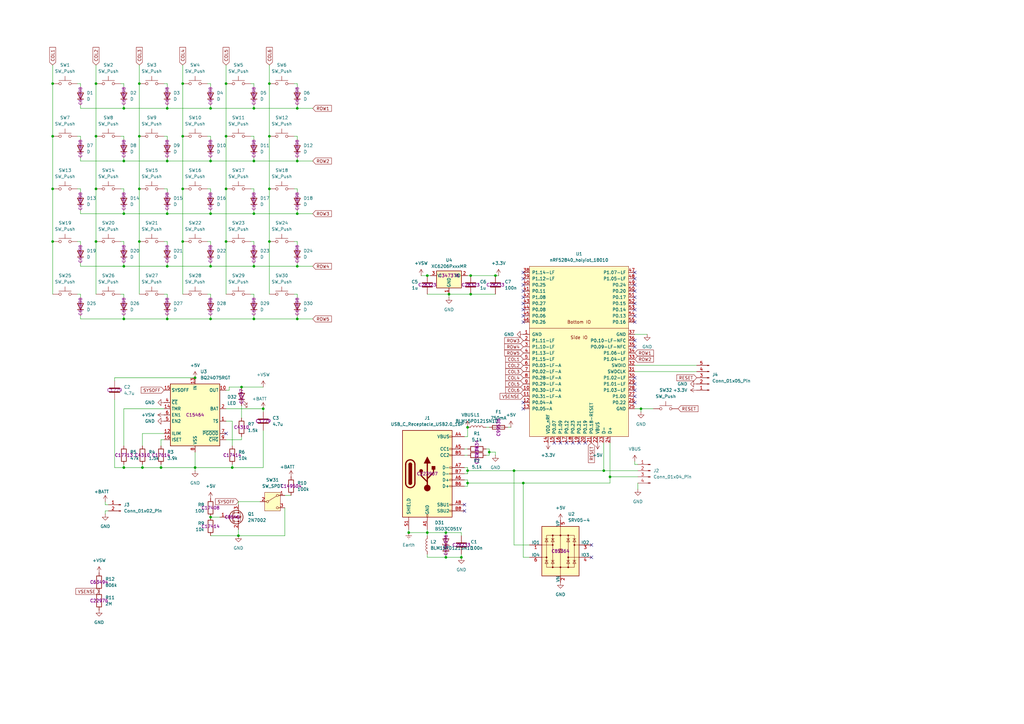
<source format=kicad_sch>
(kicad_sch (version 20250114) (generator "eeschema") (generator_version "9.0")
  (paper "A3")
  (junction (at 57.15 34.29))
  (junction (at 58.42 191.77))
  (junction (at 191.77 193.04))
  (junction (at 175.26 113.03))
  (junction (at 39.37 34.29))
  (junction (at 121.92 109.22))
  (junction (at 167.64 218.44))
  (junction (at 200.66 185.42))
  (junction (at 92.71 99.06))
  (junction (at 21.59 34.29))
  (junction (at 68.58 109.22))
  (junction (at 247.65 193.04))
  (junction (at 80.01 191.77))
  (junction (at 250.19 195.58))
  (junction (at 182.88 228.6))
  (junction (at 210.82 193.04))
  (junction (at 121.92 44.45))
  (junction (at 191.77 175.26))
  (junction (at 68.58 44.45))
  (junction (at 193.04 120.65))
  (junction (at 86.36 130.81))
  (junction (at 50.8 87.63))
  (junction (at 107.95 167.64))
  (junction (at 262.89 167.64))
  (junction (at 104.14 87.63))
  (junction (at 104.14 130.81))
  (junction (at 39.37 77.47))
  (junction (at 175.26 218.44))
  (junction (at 21.59 99.06))
  (junction (at 191.77 198.12))
  (junction (at 92.71 55.88))
  (junction (at 50.8 130.81))
  (junction (at 74.93 99.06))
  (junction (at 86.36 87.63))
  (junction (at 74.93 55.88))
  (junction (at 68.58 130.81))
  (junction (at 74.93 34.29))
  (junction (at 121.92 66.04))
  (junction (at 21.59 77.47))
  (junction (at 110.49 34.29))
  (junction (at 193.04 113.03))
  (junction (at 104.14 66.04))
  (junction (at 203.2 113.03))
  (junction (at 50.8 109.22))
  (junction (at 110.49 55.88))
  (junction (at 110.49 77.47))
  (junction (at 68.58 66.04))
  (junction (at 189.23 228.6))
  (junction (at 104.14 44.45))
  (junction (at 50.8 44.45))
  (junction (at 121.92 130.81))
  (junction (at 110.49 99.06))
  (junction (at 184.15 120.65))
  (junction (at 92.71 77.47))
  (junction (at 68.58 87.63))
  (junction (at 57.15 55.88))
  (junction (at 104.14 109.22))
  (junction (at 86.36 66.04))
  (junction (at 74.93 77.47))
  (junction (at 66.04 191.77))
  (junction (at 57.15 99.06))
  (junction (at 50.8 66.04))
  (junction (at 39.37 55.88))
  (junction (at 50.8 191.77))
  (junction (at 57.15 77.47))
  (junction (at 80.01 154.94))
  (junction (at 121.92 87.63))
  (junction (at 99.06 158.75))
  (junction (at 86.36 109.22))
  (junction (at 21.59 55.88))
  (junction (at 97.79 219.71))
  (junction (at 86.36 212.09))
  (junction (at 92.71 34.29))
  (junction (at 39.37 99.06))
  (junction (at 182.88 218.44))
  (junction (at 214.63 198.12))
  (junction (at 86.36 44.45))
  (junction (at 95.25 191.77))
  (no_connect (at 260.35 157.48))
  (no_connect (at 214.63 127))
  (no_connect (at 214.63 132.08))
  (no_connect (at 214.63 119.38))
  (no_connect (at 214.63 111.76))
  (no_connect (at 190.5 209.55))
  (no_connect (at 260.35 116.84))
  (no_connect (at 227.33 181.61))
  (no_connect (at 260.35 160.02))
  (no_connect (at 260.35 132.08))
  (no_connect (at 214.63 121.92))
  (no_connect (at 214.63 165.1))
  (no_connect (at 260.35 142.24))
  (no_connect (at 92.71 177.8))
  (no_connect (at 260.35 119.38))
  (no_connect (at 232.41 181.61))
  (no_connect (at 214.63 167.64))
  (no_connect (at 260.35 124.46))
  (no_connect (at 260.35 139.7))
  (no_connect (at 260.35 162.56))
  (no_connect (at 234.95 181.61))
  (no_connect (at 260.35 165.1))
  (no_connect (at 260.35 154.94))
  (no_connect (at 237.49 181.61))
  (no_connect (at 229.87 181.61))
  (no_connect (at 214.63 116.84))
  (no_connect (at 214.63 124.46))
  (no_connect (at 260.35 121.92))
  (no_connect (at 260.35 127))
  (no_connect (at 260.35 114.3))
  (no_connect (at 260.35 129.54))
  (no_connect (at 214.63 114.3))
  (no_connect (at 214.63 129.54))
  (no_connect (at 242.57 228.6))
  (no_connect (at 260.35 111.76))
  (no_connect (at 242.57 223.52))
  (no_connect (at 240.03 181.61))
  (no_connect (at 190.5 207.01))
  (wire (pts (xy 33.02 87.63) (xy 50.8 87.63)))
  (wire (pts (xy 74.93 55.88) (xy 74.93 77.47)))
  (wire (pts (xy 104.14 120.65) (xy 102.87 120.65)))
  (wire (pts (xy 191.77 198.12) (xy 214.63 198.12)))
  (wire (pts (xy 86.36 44.45) (xy 68.58 44.45)))
  (wire (pts (xy 93.98 160.02) (xy 92.71 160.02)))
  (wire (pts (xy 214.63 228.6) (xy 217.17 228.6)))
  (wire (pts (xy 68.58 66.04) (xy 86.36 66.04)))
  (wire (pts (xy 200.66 185.42) (xy 200.66 186.69)))
  (wire (pts (xy 43.18 209.55) (xy 43.18 210.82)))
  (wire (pts (xy 175.26 228.6) (xy 182.88 228.6)))
  (wire (pts (xy 104.14 107.95) (xy 104.14 109.22)))
  (wire (pts (xy 33.02 44.45) (xy 33.02 43.18)))
  (wire (pts (xy 260.35 167.64) (xy 262.89 167.64)))
  (wire (pts (xy 121.92 44.45) (xy 128.27 44.45)))
  (wire (pts (xy 182.88 219.71) (xy 182.88 218.44)))
  (wire (pts (xy 57.15 34.29) (xy 57.15 55.88)))
  (wire (pts (xy 68.58 107.95) (xy 68.58 109.22)))
  (wire (pts (xy 86.36 43.18) (xy 86.36 44.45)))
  (wire (pts (xy 104.14 109.22) (xy 121.92 109.22)))
  (wire (pts (xy 33.02 121.92) (xy 33.02 120.65)))
  (wire (pts (xy 104.14 129.54) (xy 104.14 130.81)))
  (wire (pts (xy 184.15 120.65) (xy 184.15 121.92)))
  (wire (pts (xy 50.8 107.95) (xy 50.8 109.22)))
  (wire (pts (xy 46.99 154.94) (xy 46.99 156.21)))
  (wire (pts (xy 190.5 184.15) (xy 191.77 184.15)))
  (wire (pts (xy 21.59 26.67) (xy 21.59 34.29)))
  (wire (pts (xy 121.92 87.63) (xy 128.27 87.63)))
  (wire (pts (xy 68.58 34.29) (xy 67.31 34.29)))
  (wire (pts (xy 33.02 77.47) (xy 31.75 77.47)))
  (wire (pts (xy 260.35 190.5) (xy 261.62 190.5)))
  (wire (pts (xy 191.77 198.12) (xy 191.77 196.85)))
  (wire (pts (xy 68.58 109.22) (xy 86.36 109.22)))
  (wire (pts (xy 172.72 113.03) (xy 175.26 113.03)))
  (wire (pts (xy 104.14 130.81) (xy 121.92 130.81)))
  (wire (pts (xy 199.39 175.26) (xy 200.66 175.26)))
  (wire (pts (xy 262.89 167.64) (xy 267.97 167.64)))
  (wire (pts (xy 107.95 191.77) (xy 95.25 191.77)))
  (wire (pts (xy 203.2 113.03) (xy 204.47 113.03)))
  (wire (pts (xy 191.77 191.77) (xy 190.5 191.77)))
  (wire (pts (xy 58.42 191.77) (xy 50.8 191.77)))
  (wire (pts (xy 200.66 186.69) (xy 199.39 186.69)))
  (wire (pts (xy 191.77 193.04) (xy 191.77 191.77)))
  (wire (pts (xy 121.92 87.63) (xy 121.92 86.36)))
  (wire (pts (xy 190.5 186.69) (xy 191.77 186.69)))
  (wire (pts (xy 80.01 154.94) (xy 46.99 154.94)))
  (wire (pts (xy 33.02 120.65) (xy 31.75 120.65)))
  (wire (pts (xy 97.79 205.74) (xy 106.68 205.74)))
  (wire (pts (xy 86.36 77.47) (xy 85.09 77.47)))
  (wire (pts (xy 68.58 77.47) (xy 67.31 77.47)))
  (wire (pts (xy 200.66 184.15) (xy 200.66 185.42)))
  (wire (pts (xy 50.8 120.65) (xy 49.53 120.65)))
  (wire (pts (xy 86.36 121.92) (xy 86.36 120.65)))
  (wire (pts (xy 175.26 227.33) (xy 175.26 228.6)))
  (wire (pts (xy 33.02 109.22) (xy 50.8 109.22)))
  (wire (pts (xy 33.02 130.81) (xy 50.8 130.81)))
  (wire (pts (xy 68.58 129.54) (xy 68.58 130.81)))
  (wire (pts (xy 99.06 158.75) (xy 93.98 158.75)))
  (wire (pts (xy 191.77 193.04) (xy 210.82 193.04)))
  (wire (pts (xy 121.92 100.33) (xy 121.92 99.06)))
  (wire (pts (xy 68.58 43.18) (xy 68.58 44.45)))
  (wire (pts (xy 86.36 212.09) (xy 90.17 212.09)))
  (wire (pts (xy 193.04 113.03) (xy 203.2 113.03)))
  (wire (pts (xy 86.36 107.95) (xy 86.36 109.22)))
  (wire (pts (xy 68.58 100.33) (xy 68.58 99.06)))
  (wire (pts (xy 121.92 66.04) (xy 128.27 66.04)))
  (wire (pts (xy 191.77 196.85) (xy 190.5 196.85)))
  (wire (pts (xy 104.14 86.36) (xy 104.14 87.63)))
  (wire (pts (xy 110.49 77.47) (xy 110.49 99.06)))
  (wire (pts (xy 33.02 34.29) (xy 31.75 34.29)))
  (wire (pts (xy 50.8 121.92) (xy 50.8 120.65)))
  (wire (pts (xy 175.26 113.03) (xy 176.53 113.03)))
  (wire (pts (xy 21.59 99.06) (xy 21.59 120.65)))
  (wire (pts (xy 167.64 217.17) (xy 167.64 218.44)))
  (wire (pts (xy 80.01 191.77) (xy 66.04 191.77)))
  (wire (pts (xy 107.95 167.64) (xy 107.95 168.91)))
  (wire (pts (xy 121.92 120.65) (xy 120.65 120.65)))
  (wire (pts (xy 191.77 179.07) (xy 191.77 175.26)))
  (wire (pts (xy 50.8 86.36) (xy 50.8 87.63)))
  (wire (pts (xy 86.36 34.29) (xy 85.09 34.29)))
  (wire (pts (xy 86.36 99.06) (xy 85.09 99.06)))
  (wire (pts (xy 50.8 43.18) (xy 50.8 44.45)))
  (wire (pts (xy 86.36 120.65) (xy 85.09 120.65)))
  (wire (pts (xy 121.92 35.56) (xy 121.92 34.29)))
  (wire (pts (xy 68.58 120.65) (xy 67.31 120.65)))
  (wire (pts (xy 189.23 219.71) (xy 189.23 218.44)))
  (wire (pts (xy 33.02 57.15) (xy 33.02 55.88)))
  (wire (pts (xy 50.8 77.47) (xy 49.53 77.47)))
  (wire (pts (xy 121.92 109.22) (xy 128.27 109.22)))
  (wire (pts (xy 167.64 218.44) (xy 175.26 218.44)))
  (wire (pts (xy 191.77 113.03) (xy 193.04 113.03)))
  (wire (pts (xy 33.02 78.74) (xy 33.02 77.47)))
  (wire (pts (xy 121.92 57.15) (xy 121.92 55.88)))
  (wire (pts (xy 58.42 191.77) (xy 66.04 191.77)))
  (wire (pts (xy 33.02 100.33) (xy 33.02 99.06)))
  (wire (pts (xy 121.92 78.74) (xy 121.92 77.47)))
  (wire (pts (xy 191.77 199.39) (xy 191.77 198.12)))
  (wire (pts (xy 104.14 64.77) (xy 104.14 66.04)))
  (wire (pts (xy 121.92 130.81) (xy 121.92 129.54)))
  (wire (pts (xy 68.58 86.36) (xy 68.58 87.63)))
  (wire (pts (xy 57.15 55.88) (xy 57.15 77.47)))
  (wire (pts (xy 57.15 77.47) (xy 57.15 99.06)))
  (wire (pts (xy 74.93 34.29) (xy 74.93 55.88)))
  (wire (pts (xy 214.63 198.12) (xy 250.19 198.12)))
  (wire (pts (xy 121.92 121.92) (xy 121.92 120.65)))
  (wire (pts (xy 68.58 57.15) (xy 68.58 55.88)))
  (wire (pts (xy 68.58 35.56) (xy 68.58 34.29)))
  (wire (pts (xy 46.99 191.77) (xy 50.8 191.77)))
  (wire (pts (xy 50.8 167.64) (xy 67.31 167.64)))
  (wire (pts (xy 33.02 64.77) (xy 33.02 66.04)))
  (wire (pts (xy 50.8 191.77) (xy 50.8 190.5)))
  (wire (pts (xy 33.02 66.04) (xy 50.8 66.04)))
  (wire (pts (xy 50.8 129.54) (xy 50.8 130.81)))
  (wire (pts (xy 104.14 57.15) (xy 104.14 55.88)))
  (wire (pts (xy 80.01 193.04) (xy 80.01 191.77)))
  (wire (pts (xy 97.79 217.17) (xy 97.79 219.71)))
  (wire (pts (xy 104.14 55.88) (xy 102.87 55.88)))
  (wire (pts (xy 190.5 199.39) (xy 191.77 199.39)))
  (wire (pts (xy 39.37 34.29) (xy 39.37 55.88)))
  (wire (pts (xy 50.8 57.15) (xy 50.8 55.88)))
  (wire (pts (xy 260.35 149.86) (xy 285.75 149.86)))
  (wire (pts (xy 199.39 184.15) (xy 200.66 184.15)))
  (wire (pts (xy 175.26 218.44) (xy 175.26 217.17)))
  (wire (pts (xy 86.36 109.22) (xy 104.14 109.22)))
  (wire (pts (xy 50.8 182.88) (xy 50.8 167.64)))
  (wire (pts (xy 116.84 208.28) (xy 116.84 219.71)))
  (wire (pts (xy 104.14 35.56) (xy 104.14 34.29)))
  (wire (pts (xy 121.92 77.47) (xy 120.65 77.47)))
  (wire (pts (xy 33.02 129.54) (xy 33.02 130.81)))
  (wire (pts (xy 86.36 64.77) (xy 86.36 66.04)))
  (wire (pts (xy 86.36 129.54) (xy 86.36 130.81)))
  (wire (pts (xy 92.71 55.88) (xy 92.71 77.47)))
  (wire (pts (xy 33.02 107.95) (xy 33.02 109.22)))
  (wire (pts (xy 110.49 55.88) (xy 110.49 77.47)))
  (wire (pts (xy 66.04 180.34) (xy 67.31 180.34)))
  (wire (pts (xy 68.58 55.88) (xy 67.31 55.88)))
  (wire (pts (xy 116.84 219.71) (xy 97.79 219.71)))
  (wire (pts (xy 203.2 186.69) (xy 203.2 185.42)))
  (wire (pts (xy 210.82 193.04) (xy 247.65 193.04)))
  (wire (pts (xy 86.36 55.88) (xy 85.09 55.88)))
  (wire (pts (xy 68.58 44.45) (xy 50.8 44.45)))
  (wire (pts (xy 66.04 191.77) (xy 66.04 190.5)))
  (wire (pts (xy 121.92 55.88) (xy 120.65 55.88)))
  (wire (pts (xy 93.98 158.75) (xy 93.98 160.02)))
  (wire (pts (xy 43.18 207.01) (xy 43.18 205.74)))
  (wire (pts (xy 210.82 223.52) (xy 217.17 223.52)))
  (wire (pts (xy 99.06 166.37) (xy 99.06 171.45)))
  (wire (pts (xy 50.8 64.77) (xy 50.8 66.04)))
  (wire (pts (xy 189.23 228.6) (xy 189.23 227.33)))
  (wire (pts (xy 50.8 66.04) (xy 68.58 66.04)))
  (wire (pts (xy 74.93 77.47) (xy 74.93 99.06)))
  (wire (pts (xy 66.04 182.88) (xy 66.04 180.34)))
  (wire (pts (xy 104.14 43.18) (xy 104.14 44.45)))
  (wire (pts (xy 50.8 109.22) (xy 68.58 109.22)))
  (wire (pts (xy 33.02 35.56) (xy 33.02 34.29)))
  (wire (pts (xy 250.19 198.12) (xy 250.19 195.58)))
  (wire (pts (xy 39.37 77.47) (xy 39.37 99.06)))
  (wire (pts (xy 116.84 203.2) (xy 119.38 203.2)))
  (wire (pts (xy 247.65 193.04) (xy 261.62 193.04)))
  (wire (pts (xy 121.92 34.29) (xy 120.65 34.29)))
  (wire (pts (xy 250.19 195.58) (xy 250.19 181.61)))
  (wire (pts (xy 86.36 57.15) (xy 86.36 55.88)))
  (wire (pts (xy 261.62 198.12) (xy 261.62 200.66)))
  (wire (pts (xy 50.8 100.33) (xy 50.8 99.06)))
  (wire (pts (xy 68.58 78.74) (xy 68.58 77.47)))
  (wire (pts (xy 104.14 78.74) (xy 104.14 77.47)))
  (wire (pts (xy 200.66 185.42) (xy 203.2 185.42)))
  (wire (pts (xy 50.8 44.45) (xy 33.02 44.45)))
  (wire (pts (xy 193.04 120.65) (xy 203.2 120.65)))
  (wire (pts (xy 210.82 193.04) (xy 210.82 223.52)))
  (wire (pts (xy 104.14 34.29) (xy 102.87 34.29)))
  (wire (pts (xy 110.49 99.06) (xy 110.49 120.65)))
  (wire (pts (xy 95.25 191.77) (xy 80.01 191.77)))
  (wire (pts (xy 107.95 176.53) (xy 107.95 191.77)))
  (wire (pts (xy 80.01 191.77) (xy 80.01 185.42)))
  (wire (pts (xy 208.28 175.26) (xy 209.55 175.26)))
  (wire (pts (xy 92.71 167.64) (xy 107.95 167.64)))
  (wire (pts (xy 74.93 26.67) (xy 74.93 34.29)))
  (wire (pts (xy 175.26 219.71) (xy 175.26 218.44)))
  (wire (pts (xy 92.71 34.29) (xy 92.71 55.88)))
  (wire (pts (xy 50.8 130.81) (xy 68.58 130.81)))
  (wire (pts (xy 43.18 209.55) (xy 44.45 209.55)))
  (wire (pts (xy 110.49 26.67) (xy 110.49 34.29)))
  (wire (pts (xy 39.37 99.06) (xy 39.37 120.65)))
  (wire (pts (xy 50.8 78.74) (xy 50.8 77.47)))
  (wire (pts (xy 97.79 205.74) (xy 97.79 207.01)))
  (wire (pts (xy 43.18 207.01) (xy 44.45 207.01)))
  (wire (pts (xy 104.14 77.47) (xy 102.87 77.47)))
  (wire (pts (xy 67.31 177.8) (xy 58.42 177.8)))
  (wire (pts (xy 50.8 87.63) (xy 68.58 87.63)))
  (wire (pts (xy 262.89 167.64) (xy 262.89 168.91)))
  (wire (pts (xy 58.42 190.5) (xy 58.42 191.77)))
  (wire (pts (xy 86.36 130.81) (xy 104.14 130.81)))
  (wire (pts (xy 95.25 190.5) (xy 95.25 191.77)))
  (wire (pts (xy 260.35 137.16) (xy 265.43 137.16)))
  (wire (pts (xy 68.58 99.06) (xy 67.31 99.06)))
  (wire (pts (xy 250.19 195.58) (xy 261.62 195.58)))
  (wire (pts (xy 182.88 218.44) (xy 175.26 218.44)))
  (wire (pts (xy 121.92 66.04) (xy 121.92 64.77)))
  (wire (pts (xy 50.8 55.88) (xy 49.53 55.88)))
  (wire (pts (xy 214.63 198.12) (xy 214.63 228.6)))
  (wire (pts (xy 99.06 179.07) (xy 99.06 180.34)))
  (wire (pts (xy 39.37 26.67) (xy 39.37 34.29)))
  (wire (pts (xy 86.36 86.36) (xy 86.36 87.63)))
  (wire (pts (xy 68.58 64.77) (xy 68.58 66.04)))
  (wire (pts (xy 86.36 78.74) (xy 86.36 77.47)))
  (wire (pts (xy 190.5 194.31) (xy 191.77 194.31)))
  (wire (pts (xy 33.02 86.36) (xy 33.02 87.63)))
  (wire (pts (xy 21.59 55.88) (xy 21.59 77.47)))
  (wire (pts (xy 33.02 55.88) (xy 31.75 55.88)))
  (wire (pts (xy 33.02 99.06) (xy 31.75 99.06)))
  (wire (pts (xy 68.58 130.81) (xy 86.36 130.81)))
  (wire (pts (xy 121.92 130.81) (xy 128.27 130.81)))
  (wire (pts (xy 182.88 228.6) (xy 182.88 227.33)))
  (wire (pts (xy 21.59 77.47) (xy 21.59 99.06)))
  (wire (pts (xy 190.5 179.07) (xy 191.77 179.07)))
  (wire (pts (xy 260.35 152.4) (xy 285.75 152.4)))
  (wire (pts (xy 57.15 99.06) (xy 57.15 120.65)))
  (wire (pts (xy 182.88 228.6) (xy 189.23 228.6)))
  (wire (pts (xy 121.92 109.22) (xy 121.92 107.95)))
  (wire (pts (xy 86.36 35.56) (xy 86.36 34.29)))
  (wire (pts (xy 99.06 180.34) (xy 92.71 180.34)))
  (wire (pts (xy 189.23 218.44) (xy 182.88 218.44)))
  (wire (pts (xy 99.06 158.75) (xy 107.95 158.75)))
  (wire (pts (xy 57.15 26.67) (xy 57.15 34.29)))
  (wire (pts (xy 104.14 44.45) (xy 86.36 44.45)))
  (wire (pts (xy 121.92 44.45) (xy 104.14 44.45)))
  (wire (pts (xy 121.92 99.06) (xy 120.65 99.06)))
  (wire (pts (xy 97.79 219.71) (xy 86.36 219.71)))
  (wire (pts (xy 191.77 194.31) (xy 191.77 193.04)))
  (wire (pts (xy 86.36 87.63) (xy 104.14 87.63)))
  (wire (pts (xy 21.59 34.29) (xy 21.59 55.88)))
  (wire (pts (xy 92.71 26.67) (xy 92.71 34.29)))
  (wire (pts (xy 104.14 99.06) (xy 102.87 99.06)))
  (wire (pts (xy 58.42 177.8) (xy 58.42 182.88)))
  (wire (pts (xy 92.71 99.06) (xy 92.71 120.65)))
  (wire (pts (xy 68.58 87.63) (xy 86.36 87.63)))
  (wire (pts (xy 74.93 99.06) (xy 74.93 120.65)))
  (wire (pts (xy 50.8 99.06) (xy 49.53 99.06)))
  (wire (pts (xy 175.26 120.65) (xy 184.15 120.65)))
  (wire (pts (xy 92.71 77.47) (xy 92.71 99.06)))
  (wire (pts (xy 104.14 66.04) (xy 121.92 66.04)))
  (wire (pts (xy 86.36 100.33) (xy 86.36 99.06)))
  (wire (pts (xy 86.36 66.04) (xy 104.14 66.04)))
  (wire (pts (xy 95.25 182.88) (xy 95.25 172.72)))
  (wire (pts (xy 121.92 43.18) (xy 121.92 44.45)))
  (wire (pts (xy 39.37 55.88) (xy 39.37 77.47)))
  (wire (pts (xy 95.25 172.72) (xy 92.71 172.72)))
  (wire (pts (xy 68.58 121.92) (xy 68.58 120.65)))
  (wire (pts (xy 104.14 121.92) (xy 104.14 120.65)))
  (wire (pts (xy 260.35 189.23) (xy 260.35 190.5)))
  (wire (pts (xy 50.8 35.56) (xy 50.8 34.29)))
  (wire (pts (xy 247.65 193.04) (xy 247.65 181.61)))
  (wire (pts (xy 50.8 34.29) (xy 49.53 34.29)))
  (wire (pts (xy 104.14 100.33) (xy 104.14 99.06)))
  (wire (pts (xy 110.49 34.29) (xy 110.49 55.88)))
  (wire (pts (xy 46.99 163.83) (xy 46.99 191.77)))
  (wire (pts (xy 193.04 120.65) (xy 184.15 120.65)))
  (wire (pts (xy 104.14 87.63) (xy 121.92 87.63)))
  (global_label "ROW4" (shape input) (at 128.27 109.22 0) (property "Intersheetrefs" "${INTERSHEET_REFS}" (effects (hide yes))))
  (global_label "COL5" (shape input) (at 92.71 26.67 90) (property "Intersheetrefs" "${INTERSHEET_REFS}" (effects (hide yes))))
  (global_label "ROW4" (shape input) (at 214.63 142.24 180) (property "Intersheetrefs" "${INTERSHEET_REFS}" (effects (hide yes))))
  (global_label "COL2" (shape input) (at 214.63 149.86 180) (property "Intersheetrefs" "${INTERSHEET_REFS}" (effects (hide yes))))
  (global_label "SYSOFF" (shape input) (at 67.31 160.02 180) (property "Intersheetrefs" "${INTERSHEET_REFS}" (effects (hide yes))))
  (global_label "ROW3" (shape input) (at 128.27 87.63 0) (property "Intersheetrefs" "${INTERSHEET_REFS}" (effects (hide yes))))
  (global_label "COL3" (shape input) (at 214.63 152.4 180) (property "Intersheetrefs" "${INTERSHEET_REFS}" (effects (hide yes))))
  (global_label "COL4" (shape input) (at 74.93 26.67 90) (property "Intersheetrefs" "${INTERSHEET_REFS}" (effects (hide yes))))
  (global_label "COL6" (shape input) (at 110.49 26.67 90) (property "Intersheetrefs" "${INTERSHEET_REFS}" (effects (hide yes))))
  (global_label "RESET" (shape input) (at 242.57 181.61 270) (property "Intersheetrefs" "${INTERSHEET_REFS}" (effects (hide yes))))
  (global_label "COL3" (shape input) (at 57.15 26.67 90) (property "Intersheetrefs" "${INTERSHEET_REFS}" (effects (hide yes))))
  (global_label "ROW3" (shape input) (at 214.63 139.7 180) (property "Intersheetrefs" "${INTERSHEET_REFS}" (effects (hide yes))))
  (global_label "COL4" (shape input) (at 214.63 154.94 180) (property "Intersheetrefs" "${INTERSHEET_REFS}" (effects (hide yes))))
  (global_label "VSENSE" (shape input) (at 214.63 162.56 180) (property "Intersheetrefs" "${INTERSHEET_REFS}" (effects (hide yes))))
  (global_label "SYSOFF" (shape input) (at 97.79 205.74 180) (property "Intersheetrefs" "${INTERSHEET_REFS}" (effects (hide yes))))
  (global_label "RESET" (shape input) (at 285.75 154.94 180) (property "Intersheetrefs" "${INTERSHEET_REFS}" (effects (hide yes))))
  (global_label "ROW2" (shape input) (at 128.27 66.04 0) (property "Intersheetrefs" "${INTERSHEET_REFS}" (effects (hide yes))))
  (global_label "COL1" (shape input) (at 21.59 26.67 90) (property "Intersheetrefs" "${INTERSHEET_REFS}" (effects (hide yes))))
  (global_label "COL1" (shape input) (at 214.63 147.32 180) (property "Intersheetrefs" "${INTERSHEET_REFS}" (effects (hide yes))))
  (global_label "COL6" (shape input) (at 214.63 160.02 180) (property "Intersheetrefs" "${INTERSHEET_REFS}" (effects (hide yes))))
  (global_label "ROW2" (shape input) (at 260.35 147.32 0) (property "Intersheetrefs" "${INTERSHEET_REFS}" (effects (hide yes))))
  (global_label "RESET" (shape input) (at 278.13 167.64 0) (property "Intersheetrefs" "${INTERSHEET_REFS}" (effects (hide yes))))
  (global_label "ROW1" (shape input) (at 260.35 144.78 0) (property "Intersheetrefs" "${INTERSHEET_REFS}" (effects (hide yes))))
  (global_label "VSENSE" (shape input) (at 40.64 242.57 180) (property "Intersheetrefs" "${INTERSHEET_REFS}" (effects (hide yes))))
  (global_label "ROW5" (shape input) (at 128.27 130.81 0) (property "Intersheetrefs" "${INTERSHEET_REFS}" (effects (hide yes))))
  (global_label "ROW1" (shape input) (at 128.27 44.45 0) (property "Intersheetrefs" "${INTERSHEET_REFS}" (effects (hide yes))))
  (global_label "COL2" (shape input) (at 39.37 26.67 90) (property "Intersheetrefs" "${INTERSHEET_REFS}" (effects (hide yes))))
  (global_label "ROW5" (shape input) (at 214.63 144.78 180) (property "Intersheetrefs" "${INTERSHEET_REFS}" (effects (hide yes))))
  (global_label "COL5" (shape input) (at 214.63 157.48 180) (property "Intersheetrefs" "${INTERSHEET_REFS}" (effects (hide yes))))
  (symbol (lib_id "Diode:SMAJ51CA") (at 182.88 223.52 90) (unit 1)
    (property "Reference" "D31" (at 178.308 214.376 90) (effects (justify right)))
    (property "Value" "BSD3C051V" (at 178.308 216.916 90) (effects (justify right)))
    (property "Footprint" "Diode_SMD:D_SMA" (effects (hide yes)))
    (property "Datasheet" "https://www.littelfuse.com/media?resourcetype=datasheets&itemid=75e32973-b177-4ee3-a0ff-cedaf1abdb93&filename=smaj-datasheet" (effects (hide yes)))
    (property "Description" "400W bidirectional Transient Voltage Suppressor, 51.0Vr, SMA(DO-214AC)" (effects (hide yes)))
    (property "LCSC" "C151996" (at 182.88 223.52 0))
  )
  (symbol (lib_id "power:VBUS") (at 191.77 175.26 0) (unit 1)
    (property "Reference" "#PWR011" (effects (hide yes)))
    (property "Value" "VBUS" (at 191.77 170.18 0))
    (property "Description" "Power symbol creates a global label with name \"VBUS\"" (effects (hide yes)))
  )
  (symbol (lib_id "power:+VSW") (at 40.64 234.95 0) (unit 1)
    (property "Reference" "#PWR031" (effects (hide yes)))
    (property "Value" "+VSW" (at 40.64 229.87 0))
    (property "Description" "Power symbol creates a global label with name \"+VSW\"" (effects (hide yes)))
  )
  (symbol (lib_id "power:GND") (at 214.63 137.16 270) (unit 1)
    (property "Reference" "#PWR033" (effects (hide yes)))
    (property "Value" "GND" (at 210.82 137.1599 90) (effects (justify right)))
    (property "Description" "Power symbol creates a global label with name \"GND\" , ground" (effects (hide yes)))
  )
  (symbol (lib_id "Device:D") (at 104.14 60.96 90) (unit 1)
    (property "Reference" "D11" (at 106.68 59.6899 90) (effects (justify right)))
    (property "Value" "D" (at 106.68 62.2299 90) (effects (justify right)))
    (property "Footprint" "Diode_SMD:D_SOD-123F" (effects (hide yes)))
    (property "Description" "Diode" (effects (hide yes)))
    (property "Sim.Device" "D" (effects (hide yes)))
    (property "Sim.Pins" "1=K 2=A" (effects (hide yes)))
    (property "LCSC" "C64898" (at 104.14 60.96 0))
  )
  (symbol (lib_id "Device:D") (at 33.02 125.73 90) (unit 1)
    (property "Reference" "D25" (at 35.56 124.4599 90) (effects (justify right)))
    (property "Value" "D" (at 35.56 126.9999 90) (effects (justify right)))
    (property "Footprint" "Diode_SMD:D_SOD-123F" (effects (hide yes)))
    (property "Description" "Diode" (effects (hide yes)))
    (property "Sim.Device" "D" (effects (hide yes)))
    (property "Sim.Pins" "1=K 2=A" (effects (hide yes)))
    (property "LCSC" "C64898" (at 33.02 125.73 0))
  )
  (symbol (lib_id "Switch:SW_Push") (at 273.05 167.64 0) (unit 1)
    (property "Reference" "SW32" (at 273.05 160.02 0))
    (property "Value" "SW_Push" (at 273.05 162.56 0))
    (property "Footprint" "Jumper:SolderJumper-2_P1.3mm_Open_RoundedPad1.0x1.5mm" (effects (hide yes)))
    (property "Description" "Push button switch, generic, two pins" (effects (hide yes)))
  )
  (symbol (lib_id "Switch:SW_Push") (at 26.67 55.88 0) (unit 1)
    (property "Reference" "SW7" (at 26.67 48.26 0))
    (property "Value" "SW_Push" (at 26.67 50.8 0))
    (property "Footprint" "PCM_marbastlib-xp-choc:SW_PG1316S" (effects (hide yes)))
    (property "Description" "Push button switch, generic, two pins" (effects (hide yes)))
  )
  (symbol (lib_id "Device:C") (at 203.2 116.84 0) (unit 1)
    (property "Reference" "C7" (at 207.01 115.5699 0) (effects (justify left)))
    (property "Value" "100n" (at 207.01 118.1099 0) (effects (justify left)))
    (property "Footprint" "Capacitor_SMD:C_0805_2012Metric_Pad1.18x1.45mm_HandSolder" (effects (hide yes)))
    (property "Description" "Unpolarized capacitor" (effects (hide yes)))
    (property "LCSC" "C28233" (at 203.2 116.84 0))
  )
  (symbol (lib_id "Switch:SW_Push") (at 44.45 55.88 0) (unit 1)
    (property "Reference" "SW8" (at 44.45 48.26 0))
    (property "Value" "SW_Push" (at 44.45 50.8 0))
    (property "Footprint" "PCM_marbastlib-xp-choc:SW_PG1316S" (effects (hide yes)))
    (property "Description" "Push button switch, generic, two pins" (effects (hide yes)))
  )
  (symbol (lib_id "Connector:USB_C_Receptacle_USB2.0_16P") (at 175.26 194.31 0) (unit 1)
    (property "Reference" "J1" (at 175.26 171.45 0))
    (property "Value" "USB_C_Receptacle_USB2.0_16P" (at 175.26 173.99 0))
    (property "Footprint" "PCM_marbastlib-various:USB_C_Receptacle_HRO_TYPE-C-31-M-14" (effects (hide yes)))
    (property "Datasheet" "https://www.usb.org/sites/default/files/documents/usb_type-c.zip" (effects (hide yes)))
    (property "Description" "USB 2.0-only 16P Type-C Receptacle connector" (effects (hide yes)))
    (property "LCSC" "C223907" (at 175.26 194.31 0))
  )
  (symbol (lib_id "Switch:SW_Push") (at 97.79 55.88 0) (unit 1)
    (property "Reference" "SW11" (at 97.79 48.26 0))
    (property "Value" "SW_Push" (at 97.79 50.8 0))
    (property "Footprint" "PCM_marbastlib-xp-choc:SW_PG1316S" (effects (hide yes)))
    (property "Description" "Push button switch, generic, two pins" (effects (hide yes)))
  )
  (symbol (lib_id "Device:R") (at 119.38 199.39 0) (mirror y) (unit 1)
    (property "Reference" "R10" (at 121.92 198.1199 0) (effects (justify right)))
    (property "Value" "100k" (at 121.92 200.6599 0) (effects (justify right)))
    (property "Footprint" "Resistor_SMD:R_0805_2012Metric_Pad1.20x1.40mm_HandSolder" (effects (hide yes)))
    (property "Description" "Resistor" (effects (hide yes)))
    (property "LCSC" "C149504" (at 119.38 199.39 0))
  )
  (symbol (lib_id "Device:R") (at 95.25 186.69 0) (unit 1)
    (property "Reference" "R6" (at 97.79 185.4199 0) (effects (justify left)))
    (property "Value" "10k" (at 97.79 187.9599 0) (effects (justify left)))
    (property "Footprint" "Resistor_SMD:R_0805_2012Metric_Pad1.20x1.40mm_HandSolder" (effects (hide yes)))
    (property "Description" "Resistor" (effects (hide yes)))
    (property "LCSC" "C17414" (at 95.25 186.69 0))
  )
  (symbol (lib_id "PCM_marbastlib-various:SRV05-4") (at 229.87 226.06 0) (unit 1)
    (property "Reference" "U2" (at 232.9881 210.82 0) (effects (justify left)))
    (property "Value" "SRV05-4" (at 232.9881 213.36 0) (effects (justify left)))
    (property "Footprint" "PCM_marbastlib-various:SOT-23-6-routable" (effects (hide yes)))
    (property "Datasheet" "http://www.onsemi.com/pub/Collateral/SRV05-4-D.PDF" (effects (hide yes)))
    (property "Description" "ESD Protection Diodes with Low Clamping Voltage, SOT-23-6" (effects (hide yes)))
    (property "LCSC" "C85364" (at 229.87 226.06 0))
  )
  (symbol (lib_id "power:+VSW") (at 172.72 113.03 0) (unit 1)
    (property "Reference" "#PWR026" (effects (hide yes)))
    (property "Value" "+VSW" (at 172.72 107.95 0))
    (property "Description" "Power symbol creates a global label with name \"+VSW\"" (effects (hide yes)))
  )
  (symbol (lib_id "PCM_marbastlib-various:nRF52840_holyiot_18010") (at 237.49 134.62 0) (unit 1)
    (property "Reference" "U1" (at 237.49 104.14 0))
    (property "Value" "nRF52840_holyiot_18010" (at 237.49 106.68 0))
    (property "Footprint" "PCM_marbastlib-various:nRF52840_holyiot_18010_HS_simple" (effects (hide yes)))
    (property "Datasheet" "http://www.holyiot.com/tp/2019042516322180424.pdf" (effects (hide yes)))
    (property "Description" "nRF52840 BT LE module" (effects (hide yes)))
  )
  (symbol (lib_id "power:+5V") (at 229.87 213.36 0) (unit 1)
    (property "Reference" "#PWR07" (effects (hide yes)))
    (property "Value" "+5V" (at 229.87 208.28 0))
    (property "Description" "Power symbol creates a global label with name \"+5V\"" (effects (hide yes)))
  )
  (symbol (lib_id "Device:D") (at 33.02 39.37 90) (unit 1)
    (property "Reference" "D1" (at 35.56 38.0999 90) (effects (justify right)))
    (property "Value" "D" (at 35.56 40.6399 90) (effects (justify right)))
    (property "Footprint" "Diode_SMD:D_SOD-123F" (effects (hide yes)))
    (property "Description" "Diode" (effects (hide yes)))
    (property "Sim.Device" "D" (effects (hide yes)))
    (property "Sim.Pins" "1=K 2=A" (effects (hide yes)))
    (property "LCSC" "C64898" (at 33.02 39.37 0))
  )
  (symbol (lib_id "Switch:SW_Push") (at 115.57 34.29 0) (unit 1)
    (property "Reference" "SW6" (at 115.57 26.67 0))
    (property "Value" "SW_Push" (at 115.57 29.21 0))
    (property "Footprint" "PCM_marbastlib-xp-choc:SW_PG1316S" (effects (hide yes)))
    (property "Description" "Push button switch, generic, two pins" (effects (hide yes)))
  )
  (symbol (lib_id "Device:R") (at 66.04 186.69 0) (unit 1)
    (property "Reference" "R3" (at 68.58 185.4199 0) (effects (justify left)))
    (property "Value" "3.9k" (at 68.58 187.9599 0) (effects (justify left)))
    (property "Footprint" "Resistor_SMD:R_0805_2012Metric_Pad1.20x1.40mm_HandSolder" (effects (hide yes)))
    (property "Description" "Resistor" (effects (hide yes)))
    (property "LCSC" "C17614" (at 66.04 186.69 0))
  )
  (symbol (lib_id "Device:R") (at 195.58 184.15 90) (unit 1)
    (property "Reference" "R1" (at 195.58 177.8 90))
    (property "Value" "5.1k" (at 195.58 180.34 90))
    (property "Footprint" "Resistor_SMD:R_0805_2012Metric_Pad1.20x1.40mm_HandSolder" (effects (hide yes)))
    (property "Description" "Resistor" (effects (hide yes)))
    (property "LCSC" "C27834" (at 195.58 184.15 0))
  )
  (symbol (lib_id "Device:R") (at 40.64 246.38 0) (mirror y) (unit 1)
    (property "Reference" "R11" (at 43.18 245.1099 0) (effects (justify right)))
    (property "Value" "2M" (at 43.18 247.6499 0) (effects (justify right)))
    (property "Footprint" "Resistor_SMD:R_0603_1608Metric_Pad0.98x0.95mm_HandSolder" (effects (hide yes)))
    (property "Description" "Resistor" (effects (hide yes)))
    (property "LCSC" "C22976" (at 40.64 246.38 0))
  )
  (symbol (lib_id "Device:D") (at 33.02 60.96 90) (unit 1)
    (property "Reference" "D7" (at 35.56 59.6899 90) (effects (justify right)))
    (property "Value" "D" (at 35.56 62.2299 90) (effects (justify right)))
    (property "Footprint" "Diode_SMD:D_SOD-123F" (effects (hide yes)))
    (property "Description" "Diode" (effects (hide yes)))
    (property "Sim.Device" "D" (effects (hide yes)))
    (property "Sim.Pins" "1=K 2=A" (effects (hide yes)))
    (property "LCSC" "C64898" (at 33.02 60.96 0))
  )
  (symbol (lib_id "power:GND") (at 229.87 238.76 0) (unit 1)
    (property "Reference" "#PWR08" (effects (hide yes)))
    (property "Value" "GND" (at 229.87 243.84 0))
    (property "Description" "Power symbol creates a global label with name \"GND\" , ground" (effects (hide yes)))
  )
  (symbol (lib_id "Switch:SW_Push") (at 97.79 120.65 0) (unit 1)
    (property "Reference" "SW29" (at 97.79 113.03 0))
    (property "Value" "SW_Push" (at 97.79 115.57 0))
    (property "Footprint" "PCM_marbastlib-xp-choc:SW_PG1316S" (effects (hide yes)))
    (property "Description" "Push button switch, generic, two pins" (effects (hide yes)))
  )
  (symbol (lib_id "Switch:SW_Push") (at 26.67 34.29 0) (unit 1)
    (property "Reference" "SW1" (at 26.67 26.67 0))
    (property "Value" "SW_Push" (at 26.67 29.21 0))
    (property "Footprint" "PCM_marbastlib-xp-choc:SW_PG1316S" (effects (hide yes)))
    (property "Description" "Push button switch, generic, two pins" (effects (hide yes)))
  )
  (symbol (lib_id "power:+5V") (at 80.01 154.94 0) (unit 1)
    (property "Reference" "#PWR013" (effects (hide yes)))
    (property "Value" "+5V" (at 80.01 149.86 0))
    (property "Description" "Power symbol creates a global label with name \"+5V\"" (effects (hide yes)))
  )
  (symbol (lib_id "power:Earth") (at 167.64 218.44 0) (unit 1)
    (property "Reference" "#PWR05" (effects (hide yes)))
    (property "Value" "Earth" (at 167.64 223.52 0))
    (property "Description" "Power symbol creates a global label with name \"Earth\"" (effects (hide yes)))
  )
  (symbol (lib_id "power:GND") (at 265.43 137.16 0) (unit 1)
    (property "Reference" "#PWR04" (effects (hide yes)))
    (property "Value" "GND" (at 265.43 142.24 0))
    (property "Description" "Power symbol creates a global label with name \"GND\" , ground" (effects (hide yes)))
  )
  (symbol (lib_id "power:GND") (at 262.89 168.91 0) (unit 1)
    (property "Reference" "#PWR01" (effects (hide yes)))
    (property "Value" "GND" (at 262.89 173.99 0))
    (property "Description" "Power symbol creates a global label with name \"GND\" , ground" (effects (hide yes)))
  )
  (symbol (lib_id "power:GND") (at 67.31 172.72 270) (unit 1)
    (property "Reference" "#PWR014" (effects (hide yes)))
    (property "Value" "GND" (at 63.5 172.7199 90) (effects (justify right)))
    (property "Description" "Power symbol creates a global label with name \"GND\" , ground" (effects (hide yes)))
  )
  (symbol (lib_id "power:GND") (at 189.23 228.6 0) (unit 1)
    (property "Reference" "#PWR02" (effects (hide yes)))
    (property "Value" "GND" (at 189.23 233.68 0))
    (property "Description" "Power symbol creates a global label with name \"GND\" , ground" (effects (hide yes)))
  )
  (symbol (lib_id "Switch:SW_Push") (at 44.45 77.47 0) (unit 1)
    (property "Reference" "SW14" (at 44.45 69.85 0))
    (property "Value" "SW_Push" (at 44.45 72.39 0))
    (property "Footprint" "PCM_marbastlib-xp-choc:SW_PG1316S" (effects (hide yes)))
    (property "Description" "Push button switch, generic, two pins" (effects (hide yes)))
  )
  (symbol (lib_id "Switch:SW_Push") (at 115.57 55.88 0) (unit 1)
    (property "Reference" "SW12" (at 115.57 48.26 0))
    (property "Value" "SW_Push" (at 115.57 50.8 0))
    (property "Footprint" "PCM_marbastlib-xp-choc:SW_PG1316S" (effects (hide yes)))
    (property "Description" "Push button switch, generic, two pins" (effects (hide yes)))
  )
  (symbol (lib_id "Device:D") (at 33.02 104.14 90) (unit 1)
    (property "Reference" "D19" (at 35.56 102.8699 90) (effects (justify right)))
    (property "Value" "D" (at 35.56 105.4099 90) (effects (justify right)))
    (property "Footprint" "Diode_SMD:D_SOD-123F" (effects (hide yes)))
    (property "Description" "Diode" (effects (hide yes)))
    (property "Sim.Device" "D" (effects (hide yes)))
    (property "Sim.Pins" "1=K 2=A" (effects (hide yes)))
    (property "LCSC" "C64898" (at 33.02 104.14 0))
  )
  (symbol (lib_id "Device:C") (at 189.23 223.52 0) (unit 1)
    (property "Reference" "C1" (at 193.04 222.2499 0) (effects (justify left)))
    (property "Value" "100n" (at 193.04 224.7899 0) (effects (justify left)))
    (property "Footprint" "Capacitor_SMD:C_0805_2012Metric_Pad1.18x1.45mm_HandSolder" (effects (hide yes)))
    (property "Description" "Unpolarized capacitor" (effects (hide yes)))
    (property "LCSC" "C28233" (at 189.23 223.52 0))
  )
  (symbol (lib_id "Device:D") (at 86.36 125.73 90) (unit 1)
    (property "Reference" "D28" (at 88.9 124.4599 90) (effects (justify right)))
    (property "Value" "D" (at 88.9 126.9999 90) (effects (justify right)))
    (property "Footprint" "Diode_SMD:D_SOD-123F" (effects (hide yes)))
    (property "Description" "Diode" (effects (hide yes)))
    (property "Sim.Device" "D" (effects (hide yes)))
    (property "Sim.Pins" "1=K 2=A" (effects (hide yes)))
    (property "LCSC" "C64898" (at 86.36 125.73 0))
  )
  (symbol (lib_id "Device:D") (at 68.58 39.37 90) (unit 1)
    (property "Reference" "D3" (at 71.12 38.0999 90) (effects (justify right)))
    (property "Value" "D" (at 71.12 40.6399 90) (effects (justify right)))
    (property "Footprint" "Diode_SMD:D_SOD-123F" (effects (hide yes)))
    (property "Description" "Diode" (effects (hide yes)))
    (property "Sim.Device" "D" (effects (hide yes)))
    (property "Sim.Pins" "1=K 2=A" (effects (hide yes)))
    (property "LCSC" "C64898" (at 68.58 39.37 0))
  )
  (symbol (lib_id "power:+5V") (at 245.11 181.61 180) (unit 1)
    (property "Reference" "#PWR024" (effects (hide yes)))
    (property "Value" "+5V" (at 245.11 186.69 0))
    (property "Description" "Power symbol creates a global label with name \"+5V\"" (effects (hide yes)))
  )
  (symbol (lib_id "Switch:SW_Push") (at 44.45 120.65 0) (unit 1)
    (property "Reference" "SW26" (at 44.45 113.03 0))
    (property "Value" "SW_Push" (at 44.45 115.57 0))
    (property "Footprint" "PCM_marbastlib-xp-choc:SW_PG1316S" (effects (hide yes)))
    (property "Description" "Push button switch, generic, two pins" (effects (hide yes)))
  )
  (symbol (lib_id "Device:D") (at 50.8 125.73 90) (unit 1)
    (property "Reference" "D26" (at 53.34 124.4599 90) (effects (justify right)))
    (property "Value" "D" (at 53.34 126.9999 90) (effects (justify right)))
    (property "Footprint" "Diode_SMD:D_SOD-123F" (effects (hide yes)))
    (property "Description" "Diode" (effects (hide yes)))
    (property "Sim.Device" "D" (effects (hide yes)))
    (property "Sim.Pins" "1=K 2=A" (effects (hide yes)))
    (property "LCSC" "C64898" (at 50.8 125.73 0))
  )
  (symbol (lib_id "Switch:SW_Push") (at 97.79 77.47 0) (unit 1)
    (property "Reference" "SW17" (at 97.79 69.85 0))
    (property "Value" "SW_Push" (at 97.79 72.39 0))
    (property "Footprint" "PCM_marbastlib-xp-choc:SW_PG1316S" (effects (hide yes)))
    (property "Description" "Push button switch, generic, two pins" (effects (hide yes)))
  )
  (symbol (lib_id "Switch:SW_Push") (at 44.45 99.06 0) (unit 1)
    (property "Reference" "SW20" (at 44.45 91.44 0))
    (property "Value" "SW_Push" (at 44.45 93.98 0))
    (property "Footprint" "PCM_marbastlib-xp-choc:SW_PG1316S" (effects (hide yes)))
    (property "Description" "Push button switch, generic, two pins" (effects (hide yes)))
  )
  (symbol (lib_id "Device:D") (at 68.58 104.14 90) (unit 1)
    (property "Reference" "D21" (at 71.12 102.8699 90) (effects (justify right)))
    (property "Value" "D" (at 71.12 105.4099 90) (effects (justify right)))
    (property "Footprint" "Diode_SMD:D_SOD-123F" (effects (hide yes)))
    (property "Description" "Diode" (effects (hide yes)))
    (property "Sim.Device" "D" (effects (hide yes)))
    (property "Sim.Pins" "1=K 2=A" (effects (hide yes)))
    (property "LCSC" "C64898" (at 68.58 104.14 0))
  )
  (symbol (lib_id "Switch:SW_Push") (at 62.23 120.65 0) (unit 1)
    (property "Reference" "SW27" (at 62.23 113.03 0))
    (property "Value" "SW_Push" (at 62.23 115.57 0))
    (property "Footprint" "PCM_marbastlib-xp-choc:SW_PG1316S" (effects (hide yes)))
    (property "Description" "Push button switch, generic, two pins" (effects (hide yes)))
  )
  (symbol (lib_id "Device:D") (at 104.14 82.55 90) (unit 1)
    (property "Reference" "D17" (at 106.68 81.2799 90) (effects (justify right)))
    (property "Value" "D" (at 106.68 83.8199 90) (effects (justify right)))
    (property "Footprint" "Diode_SMD:D_SOD-123F" (effects (hide yes)))
    (property "Description" "Diode" (effects (hide yes)))
    (property "Sim.Device" "D" (effects (hide yes)))
    (property "Sim.Pins" "1=K 2=A" (effects (hide yes)))
    (property "LCSC" "C64898" (at 104.14 82.55 0))
  )
  (symbol (lib_id "Device:R") (at 86.36 215.9 0) (unit 1)
    (property "Reference" "R9" (at 83.82 214.6299 0) (effects (justify right)))
    (property "Value" "10k" (at 83.82 217.1699 0) (effects (justify right)))
    (property "Footprint" "Resistor_SMD:R_0805_2012Metric_Pad1.20x1.40mm_HandSolder" (effects (hide yes)))
    (property "Description" "Resistor" (effects (hide yes)))
    (property "LCSC" "C17414" (at 86.36 215.9 0))
  )
  (symbol (lib_id "Device:D") (at 50.8 104.14 90) (unit 1)
    (property "Reference" "D20" (at 53.34 102.8699 90) (effects (justify right)))
    (property "Value" "D" (at 53.34 105.4099 90) (effects (justify right)))
    (property "Footprint" "Diode_SMD:D_SOD-123F" (effects (hide yes)))
    (property "Description" "Diode" (effects (hide yes)))
    (property "Sim.Device" "D" (effects (hide yes)))
    (property "Sim.Pins" "1=K 2=A" (effects (hide yes)))
    (property "LCSC" "C64898" (at 50.8 104.14 0))
  )
  (symbol (lib_id "power:GND") (at 97.79 219.71 0) (unit 1)
    (property "Reference" "#PWR021" (effects (hide yes)))
    (property "Value" "GND" (at 97.79 224.79 0))
    (property "Description" "Power symbol creates a global label with name \"GND\" , ground" (effects (hide yes)))
  )
  (symbol (lib_id "Device:R") (at 195.58 186.69 90) (unit 1)
    (property "Reference" "R2" (at 195.58 188.976 90))
    (property "Value" "5.1k" (at 195.58 191.516 90))
    (property "Footprint" "Resistor_SMD:R_0805_2012Metric_Pad1.20x1.40mm_HandSolder" (effects (hide yes)))
    (property "Description" "Resistor" (effects (hide yes)))
    (property "LCSC" "C27834" (at 195.58 186.69 0))
  )
  (symbol (lib_id "Device:D") (at 33.02 82.55 90) (unit 1)
    (property "Reference" "D13" (at 35.56 81.2799 90) (effects (justify right)))
    (property "Value" "D" (at 35.56 83.8199 90) (effects (justify right)))
    (property "Footprint" "Diode_SMD:D_SOD-123F" (effects (hide yes)))
    (property "Description" "Diode" (effects (hide yes)))
    (property "Sim.Device" "D" (effects (hide yes)))
    (property "Sim.Pins" "1=K 2=A" (effects (hide yes)))
    (property "LCSC" "C64898" (at 33.02 82.55 0))
  )
  (symbol (lib_id "Switch:SW_Push") (at 62.23 55.88 0) (unit 1)
    (property "Reference" "SW9" (at 62.23 48.26 0))
    (property "Value" "SW_Push" (at 62.23 50.8 0))
    (property "Footprint" "PCM_marbastlib-xp-choc:SW_PG1316S" (effects (hide yes)))
    (property "Description" "Push button switch, generic, two pins" (effects (hide yes)))
  )
  (symbol (lib_id "Switch:SW_Push") (at 62.23 77.47 0) (unit 1)
    (property "Reference" "SW15" (at 62.23 69.85 0))
    (property "Value" "SW_Push" (at 62.23 72.39 0))
    (property "Footprint" "PCM_marbastlib-xp-choc:SW_PG1316S" (effects (hide yes)))
    (property "Description" "Push button switch, generic, two pins" (effects (hide yes)))
  )
  (symbol (lib_id "Device:R") (at 40.64 238.76 0) (mirror y) (unit 1)
    (property "Reference" "R12" (at 43.18 237.4899 0) (effects (justify right)))
    (property "Value" "806k" (at 43.18 240.0299 0) (effects (justify right)))
    (property "Footprint" "Resistor_SMD:R_0805_2012Metric_Pad1.20x1.40mm_HandSolder" (effects (hide yes)))
    (property "Description" "Resistor" (effects (hide yes)))
    (property "LCSC" "C63494" (at 40.64 238.76 0))
  )
  (symbol (lib_id "Device:D") (at 104.14 125.73 90) (unit 1)
    (property "Reference" "D29" (at 106.68 124.4599 90) (effects (justify right)))
    (property "Value" "D" (at 106.68 126.9999 90) (effects (justify right)))
    (property "Footprint" "Diode_SMD:D_SOD-123F" (effects (hide yes)))
    (property "Description" "Diode" (effects (hide yes)))
    (property "Sim.Device" "D" (effects (hide yes)))
    (property "Sim.Pins" "1=K 2=A" (effects (hide yes)))
    (property "LCSC" "C64898" (at 104.14 125.73 0))
  )
  (symbol (lib_id "Battery_Management:BQ24075RGT") (at 80.01 170.18 0) (unit 1)
    (property "Reference" "U3" (at 82.1533 152.4 0) (effects (justify left)))
    (property "Value" "BQ24075RGT" (at 82.1533 154.94 0) (effects (justify left)))
    (property "Footprint" "Package_DFN_QFN:VQFN-16-1EP_3x3mm_P0.5mm_EP1.6x1.6mm" (effects (hide yes)))
    (property "Datasheet" "http://www.ti.com/lit/ds/symlink/bq24075.pdf" (effects (hide yes)))
    (property "Description" "USB-Friendly Li-Ion Battery Charger and Power-Path Management, VQFN-16" (effects (hide yes)))
    (property "LCSC" "C15464" (at 80.01 170.18 0))
  )
  (symbol (lib_id "Device:D") (at 68.58 60.96 90) (unit 1)
    (property "Reference" "D9" (at 71.12 59.6899 90) (effects (justify right)))
    (property "Value" "D" (at 71.12 62.2299 90) (effects (justify right)))
    (property "Footprint" "Diode_SMD:D_SOD-123F" (effects (hide yes)))
    (property "Description" "Diode" (effects (hide yes)))
    (property "Sim.Device" "D" (effects (hide yes)))
    (property "Sim.Pins" "1=K 2=A" (effects (hide yes)))
    (property "LCSC" "C64898" (at 68.58 60.96 0))
  )
  (symbol (lib_id "Switch:SW_Push") (at 62.23 99.06 0) (unit 1)
    (property "Reference" "SW21" (at 62.23 91.44 0))
    (property "Value" "SW_Push" (at 62.23 93.98 0))
    (property "Footprint" "PCM_marbastlib-xp-choc:SW_PG1316S" (effects (hide yes)))
    (property "Description" "Push button switch, generic, two pins" (effects (hide yes)))
  )
  (symbol (lib_id "power:GND") (at 203.2 186.69 0) (unit 1)
    (property "Reference" "#PWR03" (effects (hide yes)))
    (property "Value" "GND" (at 203.2 191.77 0))
    (property "Description" "Power symbol creates a global label with name \"GND\" , ground" (effects (hide yes)))
  )
  (symbol (lib_id "Switch:SW_Push") (at 26.67 77.47 0) (unit 1)
    (property "Reference" "SW13" (at 26.67 69.85 0))
    (property "Value" "SW_Push" (at 26.67 72.39 0))
    (property "Footprint" "PCM_marbastlib-xp-choc:SW_PG1316S" (effects (hide yes)))
    (property "Description" "Push button switch, generic, two pins" (effects (hide yes)))
  )
  (symbol (lib_id "Device:D") (at 86.36 82.55 90) (unit 1)
    (property "Reference" "D16" (at 88.9 81.2799 90) (effects (justify right)))
    (property "Value" "D" (at 88.9 83.8199 90) (effects (justify right)))
    (property "Footprint" "Diode_SMD:D_SOD-123F" (effects (hide yes)))
    (property "Description" "Diode" (effects (hide yes)))
    (property "Sim.Device" "D" (effects (hide yes)))
    (property "Sim.Pins" "1=K 2=A" (effects (hide yes)))
    (property "LCSC" "C64898" (at 86.36 82.55 0))
  )
  (symbol (lib_id "Switch:SW_Push") (at 115.57 77.47 0) (unit 1)
    (property "Reference" "SW18" (at 115.57 69.85 0))
    (property "Value" "SW_Push" (at 115.57 72.39 0))
    (property "Footprint" "PCM_marbastlib-xp-choc:SW_PG1316S" (effects (hide yes)))
    (property "Description" "Push button switch, generic, two pins" (effects (hide yes)))
  )
  (symbol (lib_id "Device:C") (at 193.04 116.84 0) (unit 1)
    (property "Reference" "C6" (at 196.85 115.5699 0) (effects (justify left)))
    (property "Value" "1u" (at 196.85 118.1099 0) (effects (justify left)))
    (property "Footprint" "Capacitor_SMD:C_0805_2012Metric_Pad1.18x1.45mm_HandSolder" (effects (hide yes)))
    (property "Description" "Unpolarized capacitor" (effects (hide yes)))
    (property "LCSC" "C28323" (at 193.04 116.84 0))
  )
  (symbol (lib_id "Device:C") (at 107.95 172.72 0) (unit 1)
    (property "Reference" "C3" (at 111.76 171.4499 0) (effects (justify left)))
    (property "Value" "4.7u" (at 111.76 173.9899 0) (effects (justify left)))
    (property "Footprint" "Capacitor_SMD:C_0805_2012Metric_Pad1.18x1.45mm_HandSolder" (effects (hide yes)))
    (property "Description" "Unpolarized capacitor" (effects (hide yes)))
    (property "LCSC" "C1779" (at 107.95 172.72 0))
  )
  (symbol (lib_id "Device:C") (at 46.99 160.02 0) (unit 1)
    (property "Reference" "C2" (at 50.8 158.7499 0) (effects (justify left)))
    (property "Value" "4.7u" (at 50.8 161.2899 0) (effects (justify left)))
    (property "Footprint" "Capacitor_SMD:C_0805_2012Metric_Pad1.18x1.45mm_HandSolder" (effects (hide yes)))
    (property "Description" "Unpolarized capacitor" (effects (hide yes)))
    (property "LCSC" "C1779" (at 46.99 160.02 0))
  )
  (symbol (lib_id "Switch:SW_SPDT") (at 111.76 205.74 0) (unit 1)
    (property "Reference" "SW31" (at 111.76 196.85 0))
    (property "Value" "SW_SPDT" (at 111.76 199.39 0))
    (property "Footprint" "custom-syms:Slide" (effects (hide yes)))
    (property "Description" "Switch, single pole double throw" (effects (hide yes)))
  )
  (symbol (lib_id "Connector:Conn_01x05_Pin") (at 290.83 154.94 180) (unit 1)
    (property "Reference" "J4" (at 292.1 153.6699 0) (effects (justify right)))
    (property "Value" "Conn_01x05_Pin" (at 292.1 156.2099 0) (effects (justify right)))
    (property "Footprint" "Connector_PinHeader_2.54mm:PinHeader_1x05_P2.54mm_Vertical" (effects (hide yes)))
    (property "Description" "Generic connector, single row, 01x05, script generated" (effects (hide yes)))
  )
  (symbol (lib_id "Device:R") (at 50.8 186.69 0) (unit 1)
    (property "Reference" "R5" (at 53.34 185.4199 0) (effects (justify left)))
    (property "Value" "47k" (at 53.34 187.9599 0) (effects (justify left)))
    (property "Footprint" "Resistor_SMD:R_0805_2012Metric_Pad1.20x1.40mm_HandSolder" (effects (hide yes)))
    (property "Description" "Resistor" (effects (hide yes)))
    (property "LCSC" "C17713" (at 50.8 186.69 0))
  )
  (symbol (lib_id "Switch:SW_Push") (at 62.23 34.29 0) (unit 1)
    (property "Reference" "SW3" (at 62.23 26.67 0))
    (property "Value" "SW_Push" (at 62.23 29.21 0))
    (property "Footprint" "PCM_marbastlib-xp-choc:SW_PG1316S" (effects (hide yes)))
    (property "Description" "Push button switch, generic, two pins" (effects (hide yes)))
  )
  (symbol (lib_id "Device:D") (at 86.36 104.14 90) (unit 1)
    (property "Reference" "D22" (at 88.9 102.8699 90) (effects (justify right)))
    (property "Value" "D" (at 88.9 105.4099 90) (effects (justify right)))
    (property "Footprint" "Diode_SMD:D_SOD-123F" (effects (hide yes)))
    (property "Description" "Diode" (effects (hide yes)))
    (property "Sim.Device" "D" (effects (hide yes)))
    (property "Sim.Pins" "1=K 2=A" (effects (hide yes)))
    (property "LCSC" "C64898" (at 86.36 104.14 0))
  )
  (symbol (lib_id "Device:D") (at 121.92 60.96 90) (unit 1)
    (property "Reference" "D12" (at 124.46 59.6899 90) (effects (justify right)))
    (property "Value" "D" (at 124.46 62.2299 90) (effects (justify right)))
    (property "Footprint" "Diode_SMD:D_SOD-123F" (effects (hide yes)))
    (property "Description" "Diode" (effects (hide yes)))
    (property "Sim.Device" "D" (effects (hide yes)))
    (property "Sim.Pins" "1=K 2=A" (effects (hide yes)))
    (property "LCSC" "C64898" (at 121.92 60.96 0))
  )
  (symbol (lib_id "Device:D") (at 86.36 60.96 90) (unit 1)
    (property "Reference" "D10" (at 88.9 59.6899 90) (effects (justify right)))
    (property "Value" "D" (at 88.9 62.2299 90) (effects (justify right)))
    (property "Footprint" "Diode_SMD:D_SOD-123F" (effects (hide yes)))
    (property "Description" "Diode" (effects (hide yes)))
    (property "Sim.Device" "D" (effects (hide yes)))
    (property "Sim.Pins" "1=K 2=A" (effects (hide yes)))
    (property "LCSC" "C64898" (at 86.36 60.96 0))
  )
  (symbol (lib_id "Switch:SW_Push") (at 115.57 99.06 0) (unit 1)
    (property "Reference" "SW24" (at 115.57 91.44 0))
    (property "Value" "SW_Push" (at 115.57 93.98 0))
    (property "Footprint" "PCM_marbastlib-xp-choc:SW_PG1316S" (effects (hide yes)))
    (property "Description" "Push button switch, generic, two pins" (effects (hide yes)))
  )
  (symbol (lib_id "Device:Fuse") (at 204.47 175.26 90) (unit 1)
    (property "Reference" "F1" (at 204.47 168.91 90))
    (property "Value" "750mA" (at 204.47 171.45 90))
    (property "Footprint" "Fuse:Fuse_1206_3216Metric_Pad1.42x1.75mm_HandSolder" (effects (hide yes)))
    (property "Description" "Fuse" (effects (hide yes)))
    (property "LCSC" "C99536" (at 204.47 175.26 0))
  )
  (symbol (lib_id "power:+3.3V") (at 224.79 181.61 180) (unit 1)
    (property "Reference" "#PWR030" (effects (hide yes)))
    (property "Value" "+3.3V" (at 224.79 186.69 0))
    (property "Description" "Power symbol creates a global label with name \"+3.3V\"" (effects (hide yes)))
  )
  (symbol (lib_id "power:+3.3V") (at 204.47 113.03 0) (unit 1)
    (property "Reference" "#PWR027" (effects (hide yes)))
    (property "Value" "+3.3V" (at 204.47 107.95 0))
    (property "Description" "Power symbol creates a global label with name \"+3.3V\"" (effects (hide yes)))
  )
  (symbol (lib_id "Device:D") (at 104.14 104.14 90) (unit 1)
    (property "Reference" "D23" (at 106.68 102.8699 90) (effects (justify right)))
    (property "Value" "D" (at 106.68 105.4099 90) (effects (justify right)))
    (property "Footprint" "Diode_SMD:D_SOD-123F" (effects (hide yes)))
    (property "Description" "Diode" (effects (hide yes)))
    (property "Sim.Device" "D" (effects (hide yes)))
    (property "Sim.Pins" "1=K 2=A" (effects (hide yes)))
    (property "LCSC" "C64898" (at 104.14 104.14 0))
  )
  (symbol (lib_id "Device:D") (at 121.92 39.37 90) (unit 1)
    (property "Reference" "D6" (at 124.46 38.0999 90) (effects (justify right)))
    (property "Value" "D" (at 124.46 40.6399 90) (effects (justify right)))
    (property "Footprint" "Diode_SMD:D_SOD-123F" (effects (hide yes)))
    (property "Description" "Diode" (effects (hide yes)))
    (property "Sim.Device" "D" (effects (hide yes)))
    (property "Sim.Pins" "1=K 2=A" (effects (hide yes)))
    (property "LCSC" "C64898" (at 121.92 39.37 0))
  )
  (symbol (lib_id "Switch:SW_Push") (at 115.57 120.65 0) (unit 1)
    (property "Reference" "SW30" (at 115.57 113.03 0))
    (property "Value" "SW_Push" (at 115.57 115.57 0))
    (property "Footprint" "PCM_marbastlib-xp-choc:SW_PG1316S" (effects (hide yes)))
    (property "Description" "Push button switch, generic, two pins" (effects (hide yes)))
  )
  (symbol (lib_id "power:+3.3V") (at 285.75 160.02 90) (unit 1)
    (property "Reference" "#PWR034" (effects (hide yes)))
    (property "Value" "+3.3V" (at 281.94 160.0199 90) (effects (justify left)))
    (property "Description" "Power symbol creates a global label with name \"+3.3V\"" (effects (hide yes)))
  )
  (symbol (lib_id "Device:D") (at 50.8 60.96 90) (unit 1)
    (property "Reference" "D8" (at 53.34 59.6899 90) (effects (justify right)))
    (property "Value" "D" (at 53.34 62.2299 90) (effects (justify right)))
    (property "Footprint" "Diode_SMD:D_SOD-123F" (effects (hide yes)))
    (property "Description" "Diode" (effects (hide yes)))
    (property "Sim.Device" "D" (effects (hide yes)))
    (property "Sim.Pins" "1=K 2=A" (effects (hide yes)))
    (property "LCSC" "C64898" (at 50.8 60.96 0))
  )
  (symbol (lib_id "Device:D") (at 68.58 82.55 90) (unit 1)
    (property "Reference" "D15" (at 71.12 81.2799 90) (effects (justify right)))
    (property "Value" "D" (at 71.12 83.8199 90) (effects (justify right)))
    (property "Footprint" "Diode_SMD:D_SOD-123F" (effects (hide yes)))
    (property "Description" "Diode" (effects (hide yes)))
    (property "Sim.Device" "D" (effects (hide yes)))
    (property "Sim.Pins" "1=K 2=A" (effects (hide yes)))
    (property "LCSC" "C64898" (at 68.58 82.55 0))
  )
  (symbol (lib_id "Switch:SW_Push") (at 97.79 99.06 0) (unit 1)
    (property "Reference" "SW23" (at 97.79 91.44 0))
    (property "Value" "SW_Push" (at 97.79 93.98 0))
    (property "Footprint" "PCM_marbastlib-xp-choc:SW_PG1316S" (effects (hide yes)))
    (property "Description" "Push button switch, generic, two pins" (effects (hide yes)))
  )
  (symbol (lib_id "Device:D") (at 86.36 39.37 90) (unit 1)
    (property "Reference" "D4" (at 88.9 38.0999 90) (effects (justify right)))
    (property "Value" "D" (at 88.9 40.6399 90) (effects (justify right)))
    (property "Footprint" "Diode_SMD:D_SOD-123F" (effects (hide yes)))
    (property "Description" "Diode" (effects (hide yes)))
    (property "Sim.Device" "D" (effects (hide yes)))
    (property "Sim.Pins" "1=K 2=A" (effects (hide yes)))
    (property "LCSC" "C64898" (at 86.36 39.37 0))
  )
  (symbol (lib_id "Switch:SW_Push") (at 80.01 34.29 0) (unit 1)
    (property "Reference" "SW4" (at 80.01 26.67 0))
    (property "Value" "SW_Push" (at 80.01 29.21 0))
    (property "Footprint" "PCM_marbastlib-xp-choc:SW_PG1316S" (effects (hide yes)))
    (property "Description" "Push button switch, generic, two pins" (effects (hide yes)))
  )
  (symbol (lib_id "Switch:SW_Push") (at 26.67 99.06 0) (unit 1)
    (property "Reference" "SW19" (at 26.67 91.44 0))
    (property "Value" "SW_Push" (at 26.67 93.98 0))
    (property "Footprint" "PCM_marbastlib-xp-choc:SW_PG1316S" (effects (hide yes)))
    (property "Description" "Push button switch, generic, two pins" (effects (hide yes)))
  )
  (symbol (lib_id "Switch:SW_Push") (at 44.45 34.29 0) (unit 1)
    (property "Reference" "SW2" (at 44.45 26.67 0))
    (property "Value" "SW_Push" (at 44.45 29.21 0))
    (property "Footprint" "PCM_marbastlib-xp-choc:SW_PG1316S" (effects (hide yes)))
    (property "Description" "Push button switch, generic, two pins" (effects (hide yes)))
  )
  (symbol (lib_id "Device:R") (at 58.42 186.69 0) (unit 1)
    (property "Reference" "R4" (at 60.96 185.4199 0) (effects (justify left)))
    (property "Value" "1.5k" (at 60.96 187.9599 0) (effects (justify left)))
    (property "Footprint" "Resistor_SMD:R_0805_2012Metric_Pad1.20x1.40mm_HandSolder" (effects (hide yes)))
    (property "Description" "Resistor" (effects (hide yes)))
    (property "LCSC" "C4310" (at 58.42 186.69 0))
  )
  (symbol (lib_id "Transistor_FET:2N7002") (at 95.25 212.09 0) (unit 1)
    (property "Reference" "Q1" (at 101.6 210.8199 0) (effects (justify left)))
    (property "Value" "2N7002" (at 101.6 213.3599 0) (effects (justify left)))
    (property "Footprint" "Package_TO_SOT_SMD:SOT-23" (effects (hide yes)))
    (property "Datasheet" "https://www.onsemi.com/pub/Collateral/NDS7002A-D.PDF" (effects (hide yes)))
    (property "Description" "0.115A Id, 60V Vds, N-Channel MOSFET, SOT-23" (effects (hide yes)))
    (property "LCSC" "C8545" (at 95.25 212.09 0))
  )
  (symbol (lib_id "power:GND") (at 184.15 121.92 0) (unit 1)
    (property "Reference" "#PWR025" (effects (hide yes)))
    (property "Value" "GND" (at 184.15 127 0))
    (property "Description" "Power symbol creates a global label with name \"GND\" , ground" (effects (hide yes)))
  )
  (symbol (lib_id "power:GND") (at 80.01 193.04 0) (unit 1)
    (property "Reference" "#PWR012" (effects (hide yes)))
    (property "Value" "GND" (at 80.01 198.12 0))
    (property "Description" "Power symbol creates a global label with name \"GND\" , ground" (effects (hide yes)))
  )
  (symbol (lib_id "power:+VSW") (at 107.95 158.75 0) (unit 1)
    (property "Reference" "#PWR017" (effects (hide yes)))
    (property "Value" "+VSW" (at 107.95 153.67 0))
    (property "Description" "Power symbol creates a global label with name \"+VSW\"" (effects (hide yes)))
  )
  (symbol (lib_id "power:+BATT") (at 43.18 205.74 0) (unit 1)
    (property "Reference" "#PWR019" (effects (hide yes)))
    (property "Value" "+BATT" (at 41.656 201.676 0))
    (property "Description" "Power symbol creates a global label with name \"+BATT\"" (effects (hide yes)))
  )
  (symbol (lib_id "power:+5V") (at 86.36 204.47 0) (unit 1)
    (property "Reference" "#PWR022" (effects (hide yes)))
    (property "Value" "+5V" (at 86.36 199.39 0))
    (property "Description" "Power symbol creates a global label with name \"+5V\"" (effects (hide yes)))
  )
  (symbol (lib_id "Regulator_Linear:XC6206PxxxMR") (at 184.15 113.03 0) (unit 1)
    (property "Reference" "U4" (at 184.15 106.68 0))
    (property "Value" "XC6206PxxxMR" (at 184.15 109.22 0))
    (property "Footprint" "Package_TO_SOT_SMD:SOT-23-3" (effects (hide yes)))
    (property "Datasheet" "https://www.torexsemi.com/file/xc6206/XC6206.pdf" (effects (hide yes)))
    (property "Description" "Positive 60-250mA Low Dropout Regulator, Fixed Output, SOT-23" (effects (hide yes)))
    (property "LCSC" "C347376" (at 184.15 113.03 0))
  )
  (symbol (lib_id "power:GND") (at 40.64 250.19 0) (unit 1)
    (property "Reference" "#PWR032" (effects (hide yes)))
    (property "Value" "GND" (at 40.64 255.27 0))
    (property "Description" "Power symbol creates a global label with name \"GND\" , ground" (effects (hide yes)))
  )
  (symbol (lib_id "power:+BATT") (at 119.38 195.58 0) (unit 1)
    (property "Reference" "#PWR023" (effects (hide yes)))
    (property "Value" "+BATT" (at 117.856 191.516 0))
    (property "Description" "Power symbol creates a global label with name \"+BATT\"" (effects (hide yes)))
  )
  (symbol (lib_id "power:+5V") (at 209.55 175.26 0) (unit 1)
    (property "Reference" "#PWR06" (effects (hide yes)))
    (property "Value" "+5V" (at 209.55 170.18 0))
    (property "Description" "Power symbol creates a global label with name \"+5V\"" (effects (hide yes)))
  )
  (symbol (lib_id "Switch:SW_Push") (at 97.79 34.29 0) (unit 1)
    (property "Reference" "SW5" (at 97.79 26.67 0))
    (property "Value" "SW_Push" (at 97.79 29.21 0))
    (property "Footprint" "PCM_marbastlib-xp-choc:SW_PG1316S" (effects (hide yes)))
    (property "Description" "Push button switch, generic, two pins" (effects (hide yes)))
  )
  (symbol (lib_id "power:GND") (at 43.18 210.82 0) (unit 1)
    (property "Reference" "#PWR020" (effects (hide yes)))
    (property "Value" "GND" (at 43.18 215.9 0))
    (property "Description" "Power symbol creates a global label with name \"GND\" , ground" (effects (hide yes)))
  )
  (symbol (lib_id "Switch:SW_Push") (at 80.01 77.47 0) (unit 1)
    (property "Reference" "SW16" (at 80.01 69.85 0))
    (property "Value" "SW_Push" (at 80.01 72.39 0))
    (property "Footprint" "PCM_marbastlib-xp-choc:SW_PG1316S" (effects (hide yes)))
    (property "Description" "Push button switch, generic, two pins" (effects (hide yes)))
  )
  (symbol (lib_id "Device:D") (at 104.14 39.37 90) (unit 1)
    (property "Reference" "D5" (at 106.68 38.0999 90) (effects (justify right)))
    (property "Value" "D" (at 106.68 40.6399 90) (effects (justify right)))
    (property "Footprint" "Diode_SMD:D_SOD-123F" (effects (hide yes)))
    (property "Description" "Diode" (effects (hide yes)))
    (property "Sim.Device" "D" (effects (hide yes)))
    (property "Sim.Pins" "1=K 2=A" (effects (hide yes)))
    (property "LCSC" "C64898" (at 104.14 39.37 0))
  )
  (symbol (lib_id "Device:R") (at 99.06 175.26 0) (unit 1)
    (property "Reference" "R7" (at 101.6 173.9899 0) (effects (justify left)))
    (property "Value" "1.5k" (at 101.6 176.5299 0) (effects (justify left)))
    (property "Footprint" "Resistor_SMD:R_0805_2012Metric_Pad1.20x1.40mm_HandSolder" (effects (hide yes)))
    (property "Description" "Resistor" (effects (hide yes)))
    (property "LCSC" "C4310" (at 99.06 175.26 0))
  )
  (symbol (lib_id "Device:D") (at 121.92 104.14 90) (unit 1)
    (property "Reference" "D24" (at 124.46 102.8699 90) (effects (justify right)))
    (property "Value" "D" (at 124.46 105.4099 90) (effects (justify right)))
    (property "Footprint" "Diode_SMD:D_SOD-123F" (effects (hide yes)))
    (property "Description" "Diode" (effects (hide yes)))
    (property "Sim.Device" "D" (effects (hide yes)))
    (property "Sim.Pins" "1=K 2=A" (effects (hide yes)))
    (property "LCSC" "C64898" (at 121.92 104.14 0))
  )
  (symbol (lib_id "power:GND") (at 67.31 165.1 270) (unit 1)
    (property "Reference" "#PWR016" (effects (hide yes)))
    (property "Value" "GND" (at 63.5 165.0999 90) (effects (justify right)))
    (property "Description" "Power symbol creates a global label with name \"GND\" , ground" (effects (hide yes)))
  )
  (symbol (lib_id "power:+VSW") (at 67.31 170.18 90) (unit 1)
    (property "Reference" "#PWR015" (effects (hide yes)))
    (property "Value" "+VSW" (at 63.5 170.1799 90) (effects (justify left)))
    (property "Description" "Power symbol creates a global label with name \"+VSW\"" (effects (hide yes)))
  )
  (symbol (lib_id "Switch:SW_Push") (at 80.01 120.65 0) (unit 1)
    (property "Reference" "SW28" (at 80.01 113.03 0))
    (property "Value" "SW_Push" (at 80.01 115.57 0))
    (property "Footprint" "PCM_marbastlib-xp-choc:SW_PG1316S" (effects (hide yes)))
    (property "Description" "Push button switch, generic, two pins" (effects (hide yes)))
  )
  (symbol (lib_id "Device:R") (at 86.36 208.28 0) (unit 1)
    (property "Reference" "R8" (at 83.82 207.0099 0) (effects (justify right)))
    (property "Value" "100" (at 83.82 209.5499 0) (effects (justify right)))
    (property "Footprint" "Resistor_SMD:R_0805_2012Metric_Pad1.20x1.40mm_HandSolder" (effects (hide yes)))
    (property "Description" "Resistor" (effects (hide yes)))
    (property "LCSC" "C17408" (at 86.36 208.28 0))
  )
  (symbol (lib_id "Connector:Conn_01x02_Pin") (at 49.53 207.01 0) (mirror y) (unit 1)
    (property "Reference" "J3" (at 50.8 207.0099 0) (effects (justify right)))
    (property "Value" "Conn_01x02_Pin" (at 50.8 209.5499 0) (effects (justify right)))
    (property "Footprint" "Connector_PinHeader_2.54mm:PinHeader_1x02_P2.54mm_Vertical" (effects (hide yes)))
    (property "Description" "Generic connector, single row, 01x02, script generated" (effects (hide yes)))
  )
  (symbol (lib_id "power:+BATT") (at 107.95 167.64 0) (unit 1)
    (property "Reference" "#PWR018" (effects (hide yes)))
    (property "Value" "+BATT" (at 106.426 163.576 0))
    (property "Description" "Power symbol creates a global label with name \"+BATT\"" (effects (hide yes)))
  )
  (symbol (lib_id "Switch:SW_Push") (at 80.01 55.88 0) (unit 1)
    (property "Reference" "SW10" (at 80.01 48.26 0))
    (property "Value" "SW_Push" (at 80.01 50.8 0))
    (property "Footprint" "PCM_marbastlib-xp-choc:SW_PG1316S" (effects (hide yes)))
    (property "Description" "Push button switch, generic, two pins" (effects (hide yes)))
  )
  (symbol (lib_id "Device:LED") (at 99.06 162.56 90) (unit 1)
    (property "Reference" "D32" (at 93.218 162.814 90) (effects (justify right)))
    (property "Value" "LED" (at 93.218 165.354 90) (effects (justify right)))
    (property "Footprint" "LED_SMD:LED_0805_2012Metric_Pad1.15x1.40mm_HandSolder" (effects (hide yes)))
    (property "Description" "Light emitting diode" (effects (hide yes)))
    (property "Sim.Pins" "1=K 2=A" (effects (hide yes)))
    (property "LCSC" "C2297" (at 99.06 162.56 0))
  )
  (symbol (lib_id "Device:D") (at 121.92 125.73 90) (unit 1)
    (property "Reference" "D30" (at 124.46 124.4599 90) (effects (justify right)))
    (property "Value" "D" (at 124.46 126.9999 90) (effects (justify right)))
    (property "Footprint" "Diode_SMD:D_SOD-123F" (effects (hide yes)))
    (property "Description" "Diode" (effects (hide yes)))
    (property "Sim.Device" "D" (effects (hide yes)))
    (property "Sim.Pins" "1=K 2=A" (effects (hide yes)))
    (property "LCSC" "C64898" (at 121.92 125.73 0))
  )
  (symbol (lib_id "power:GND") (at 261.62 200.66 0) (unit 1)
    (property "Reference" "#PWR09" (effects (hide yes)))
    (property "Value" "GND" (at 261.62 205.74 0))
    (property "Description" "Power symbol creates a global label with name \"GND\" , ground" (effects (hide yes)))
  )
  (symbol (lib_id "Device:D") (at 68.58 125.73 90) (unit 1)
    (property "Reference" "D27" (at 71.12 124.4599 90) (effects (justify right)))
    (property "Value" "D" (at 71.12 126.9999 90) (effects (justify right)))
    (property "Footprint" "Diode_SMD:D_SOD-123F" (effects (hide yes)))
    (property "Description" "Diode" (effects (hide yes)))
    (property "Sim.Device" "D" (effects (hide yes)))
    (property "Sim.Pins" "1=K 2=A" (effects (hide yes)))
    (property "LCSC" "C64898" (at 68.58 125.73 0))
  )
  (symbol (lib_id "Device:D") (at 50.8 82.55 90) (unit 1)
    (property "Reference" "D14" (at 53.34 81.2799 90) (effects (justify right)))
    (property "Value" "D" (at 53.34 83.8199 90) (effects (justify right)))
    (property "Footprint" "Diode_SMD:D_SOD-123F" (effects (hide yes)))
    (property "Description" "Diode" (effects (hide yes)))
    (property "Sim.Device" "D" (effects (hide yes)))
    (property "Sim.Pins" "1=K 2=A" (effects (hide yes)))
    (property "LCSC" "C64898" (at 50.8 82.55 0))
  )
  (symbol (lib_id "Switch:SW_Push") (at 80.01 99.06 0) (unit 1)
    (property "Reference" "SW22" (at 80.01 91.44 0))
    (property "Value" "SW_Push" (at 80.01 93.98 0))
    (property "Footprint" "PCM_marbastlib-xp-choc:SW_PG1316S" (effects (hide yes)))
    (property "Description" "Push button switch, generic, two pins" (effects (hide yes)))
  )
  (symbol (lib_id "Device:D") (at 121.92 82.55 90) (unit 1)
    (property "Reference" "D18" (at 124.46 81.2799 90) (effects (justify right)))
    (property "Value" "D" (at 124.46 83.8199 90) (effects (justify right)))
    (property "Footprint" "Diode_SMD:D_SOD-123F" (effects (hide yes)))
    (property "Description" "Diode" (effects (hide yes)))
    (property "Sim.Device" "D" (effects (hide yes)))
    (property "Sim.Pins" "1=K 2=A" (effects (hide yes)))
    (property "LCSC" "C64898" (at 121.92 82.55 0))
  )
  (symbol (lib_id "Switch:SW_Push") (at 26.67 120.65 0) (unit 1)
    (property "Reference" "SW25" (at 26.67 113.03 0))
    (property "Value" "SW_Push" (at 26.67 115.57 0))
    (property "Footprint" "PCM_marbastlib-xp-choc:SW_PG1316S" (effects (hide yes)))
    (property "Description" "Push button switch, generic, two pins" (effects (hide yes)))
  )
  (symbol (lib_id "power:GND") (at 285.75 157.48 270) (unit 1)
    (property "Reference" "#PWR028" (effects (hide yes)))
    (property "Value" "GND" (at 281.94 157.4799 90) (effects (justify right)))
    (property "Description" "Power symbol creates a global label with name \"GND\" , ground" (effects (hide yes)))
  )
  (symbol (lib_id "Device:D") (at 50.8 39.37 90) (unit 1)
    (property "Reference" "D2" (at 53.34 38.0999 90) (effects (justify right)))
    (property "Value" "D" (at 53.34 40.6399 90) (effects (justify right)))
    (property "Footprint" "Diode_SMD:D_SOD-123F" (effects (hide yes)))
    (property "Description" "Diode" (effects (hide yes)))
    (property "Sim.Device" "D" (effects (hide yes)))
    (property "Sim.Pins" "1=K 2=A" (effects (hide yes)))
    (property "LCSC" "C64898" (at 50.8 39.37 0))
  )
  (symbol (lib_id "Device:L") (at 175.26 223.52 180) (unit 1)
    (property "Reference" "L2" (at 176.53 222.2499 0) (effects (justify right)))
    (property "Value" "BLM15PD121SN1D" (at 176.53 224.7899 0) (effects (justify right)))
    (property "Footprint" "Inductor_SMD:L_0402_1005Metric_Pad0.77x0.64mm_HandSolder" (effects (hide yes)))
    (property "Description" "Inductor" (effects (hide yes)))
  )
  (symbol (lib_id "Device:L") (at 195.58 175.26 90) (unit 1)
    (property "Reference" "L1" (at 195.58 170.18 90))
    (property "Value" "BLM15PD121SN1D" (at 195.58 172.72 90))
    (property "Footprint" "Inductor_SMD:L_0402_1005Metric_Pad0.77x0.64mm_HandSolder" (effects (hide yes)))
    (property "Description" "Inductor" (effects (hide yes)))
  )
  (symbol (lib_id "Connector:Conn_01x04_Pin") (at 266.7 193.04 0) (mirror y) (unit 1)
    (property "Reference" "J2" (at 267.97 193.0399 0) (effects (justify right)))
    (property "Value" "Conn_01x04_Pin" (at 267.97 195.5799 0) (effects (justify right)))
    (property "Footprint" "Connector_PinHeader_2.54mm:PinHeader_1x04_P2.54mm_Vertical" (effects (hide yes)))
    (property "Description" "Generic connector, single row, 01x04, script generated" (effects (hide yes)))
  )
  (symbol (lib_id "Device:C") (at 175.26 116.84 0) (mirror y) (unit 1)
    (property "Reference" "C5" (at 171.45 115.5699 0) (effects (justify left)))
    (property "Value" "1u" (at 171.45 118.1099 0) (effects (justify left)))
    (property "Footprint" "Capacitor_SMD:C_0805_2012Metric_Pad1.18x1.45mm_HandSolder" (effects (hide yes)))
    (property "Description" "Unpolarized capacitor" (effects (hide yes)))
    (property "LCSC" "C28323" (at 175.26 116.84 0))
  )
  (symbol (lib_id "power:VBUS") (at 260.35 189.23 0) (unit 1)
    (property "Reference" "#PWR010" (effects (hide yes)))
    (property "Value" "VBUS" (at 260.35 184.15 0))
    (property "Description" "Power symbol creates a global label with name \"VBUS\"" (effects (hide yes)))
  )
)
</source>
